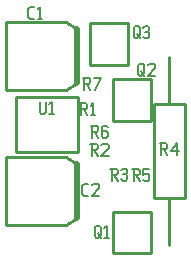
<source format=gbr>
G04 start of page 8 for group -4079 idx -4079 *
G04 Title: (unknown), topsilk *
G04 Creator: pcb 20110918 *
G04 CreationDate: Wed Sep 11 23:18:10 2013 UTC *
G04 For: mokus *
G04 Format: Gerber/RS-274X *
G04 PCB-Dimensions: 60000 100000 *
G04 PCB-Coordinate-Origin: lower left *
%MOIN*%
%FSLAX25Y25*%
%LNTOPSILK*%
%ADD53C,0.0080*%
%ADD52C,0.0100*%
%ADD51C,0.0200*%
G54D51*X24400Y86900D02*Y69100D01*
G54D52*Y86900D02*X20700Y89400D01*
X600D02*X20700D01*
X600D02*Y66600D01*
X20700D01*
X24400Y69100D01*
X28600Y88800D02*Y74900D01*
X41400D01*
Y88800D01*
X28600D01*
G54D51*X24400Y41900D02*Y24100D01*
G54D52*Y41900D02*X20700Y44400D01*
X600D02*X20700D01*
X600D02*Y21600D01*
X20700D01*
X24400Y24100D01*
X48900Y26100D02*Y12200D01*
X36100Y26100D02*X48900D01*
X36100D02*Y12200D01*
X48900D01*
X55000Y30600D02*Y15000D01*
Y77500D02*Y61900D01*
X49800D02*Y30600D01*
Y61900D02*X60200D01*
Y30600D01*
X49800D02*X60200D01*
X36100Y70300D02*Y56400D01*
X48900D01*
Y70300D01*
X36100D01*
X3800Y45900D02*X24500D01*
Y64200D02*Y45900D01*
X3800Y64200D02*X24500D01*
X3800D02*Y45900D01*
G54D53*X26700Y31400D02*X28000D01*
X26000Y32100D02*X26700Y31400D01*
X26000Y34700D02*Y32100D01*
Y34700D02*X26700Y35400D01*
X28000D01*
X29200Y34900D02*X29700Y35400D01*
X31200D01*
X31700Y34900D01*
Y33900D01*
X29200Y31400D02*X31700Y33900D01*
X29200Y31400D02*X31700D01*
X30200Y20900D02*Y17900D01*
Y20900D02*X30700Y21400D01*
X31700D01*
X32200Y20900D01*
Y18400D01*
X31200Y17400D02*X32200Y18400D01*
X30700Y17400D02*X31200D01*
X30200Y17900D02*X30700Y17400D01*
X31200Y18900D02*X32200Y17400D01*
X33400Y20600D02*X34200Y21400D01*
Y17400D01*
X33400D02*X34900D01*
X51900Y48800D02*X53900D01*
X54400Y48300D01*
Y47300D01*
X53900Y46800D02*X54400Y47300D01*
X52400Y46800D02*X53900D01*
X52400Y48800D02*Y44800D01*
X53200Y46800D02*X54400Y44800D01*
X55600Y46300D02*X57600Y48800D01*
X55600Y46300D02*X58100D01*
X57600Y48800D02*Y44800D01*
X25185Y62150D02*X27185D01*
X27685Y61650D01*
Y60650D01*
X27185Y60150D02*X27685Y60650D01*
X25685Y60150D02*X27185D01*
X25685Y62150D02*Y58150D01*
X26485Y60150D02*X27685Y58150D01*
X28885Y61350D02*X29685Y62150D01*
Y58150D01*
X28885D02*X30385D01*
X11800Y62700D02*Y59200D01*
X12300Y58700D01*
X13300D01*
X13800Y59200D01*
Y62700D02*Y59200D01*
X15000Y61900D02*X15800Y62700D01*
Y58700D01*
X15000D02*X16500D01*
X8700Y90300D02*X10000D01*
X8000Y91000D02*X8700Y90300D01*
X8000Y93600D02*Y91000D01*
Y93600D02*X8700Y94300D01*
X10000D01*
X11200Y93500D02*X12000Y94300D01*
Y90300D01*
X11200D02*X12700D01*
X26185Y70650D02*X28185D01*
X28685Y70150D01*
Y69150D01*
X28185Y68650D02*X28685Y69150D01*
X26685Y68650D02*X28185D01*
X26685Y70650D02*Y66650D01*
X27485Y68650D02*X28685Y66650D01*
X30385D02*X32385Y70650D01*
X29885D02*X32385D01*
X43200Y87400D02*Y84400D01*
Y87400D02*X43700Y87900D01*
X44700D01*
X45200Y87400D01*
Y84900D01*
X44200Y83900D02*X45200Y84900D01*
X43700Y83900D02*X44200D01*
X43200Y84400D02*X43700Y83900D01*
X44200Y85400D02*X45200Y83900D01*
X46400Y87400D02*X46900Y87900D01*
X47900D01*
X48400Y87400D01*
X47900Y83900D02*X48400Y84400D01*
X46900Y83900D02*X47900D01*
X46400Y84400D02*X46900Y83900D01*
Y86100D02*X47900D01*
X48400Y87400D02*Y86600D01*
Y85600D02*Y84400D01*
Y85600D02*X47900Y86100D01*
X48400Y86600D02*X47900Y86100D01*
X44700Y74900D02*Y71900D01*
Y74900D02*X45200Y75400D01*
X46200D01*
X46700Y74900D01*
Y72400D01*
X45700Y71400D02*X46700Y72400D01*
X45200Y71400D02*X45700D01*
X44700Y71900D02*X45200Y71400D01*
X45700Y72900D02*X46700Y71400D01*
X47900Y74900D02*X48400Y75400D01*
X49900D01*
X50400Y74900D01*
Y73900D01*
X47900Y71400D02*X50400Y73900D01*
X47900Y71400D02*X50400D01*
X28680Y48650D02*X30680D01*
X31180Y48150D01*
Y47150D01*
X30680Y46650D02*X31180Y47150D01*
X29180Y46650D02*X30680D01*
X29180Y48650D02*Y44650D01*
X29980Y46650D02*X31180Y44650D01*
X32380Y48150D02*X32880Y48650D01*
X34380D01*
X34880Y48150D01*
Y47150D01*
X32380Y44650D02*X34880Y47150D01*
X32380Y44650D02*X34880D01*
X28845Y54650D02*X30845D01*
X31345Y54150D01*
Y53150D01*
X30845Y52650D02*X31345Y53150D01*
X29345Y52650D02*X30845D01*
X29345Y54650D02*Y50650D01*
X30145Y52650D02*X31345Y50650D01*
X34045Y54650D02*X34545Y54150D01*
X33045Y54650D02*X34045D01*
X32545Y54150D02*X33045Y54650D01*
X32545Y54150D02*Y51150D01*
X33045Y50650D01*
X34045Y52850D02*X34545Y52350D01*
X32545Y52850D02*X34045D01*
X33045Y50650D02*X34045D01*
X34545Y51150D01*
Y52350D02*Y51150D01*
X35350Y40320D02*X37350D01*
X37850Y39820D01*
Y38820D01*
X37350Y38320D02*X37850Y38820D01*
X35850Y38320D02*X37350D01*
X35850Y40320D02*Y36320D01*
X36650Y38320D02*X37850Y36320D01*
X39050Y39820D02*X39550Y40320D01*
X40550D01*
X41050Y39820D01*
X40550Y36320D02*X41050Y36820D01*
X39550Y36320D02*X40550D01*
X39050Y36820D02*X39550Y36320D01*
Y38520D02*X40550D01*
X41050Y39820D02*Y39020D01*
Y38020D02*Y36820D01*
Y38020D02*X40550Y38520D01*
X41050Y39020D02*X40550Y38520D01*
X42685Y40150D02*X44685D01*
X45185Y39650D01*
Y38650D01*
X44685Y38150D02*X45185Y38650D01*
X43185Y38150D02*X44685D01*
X43185Y40150D02*Y36150D01*
X43985Y38150D02*X45185Y36150D01*
X46385Y40150D02*X48385D01*
X46385D02*Y38150D01*
X46885Y38650D01*
X47885D01*
X48385Y38150D01*
Y36650D01*
X47885Y36150D02*X48385Y36650D01*
X46885Y36150D02*X47885D01*
X46385Y36650D02*X46885Y36150D01*
M02*

</source>
